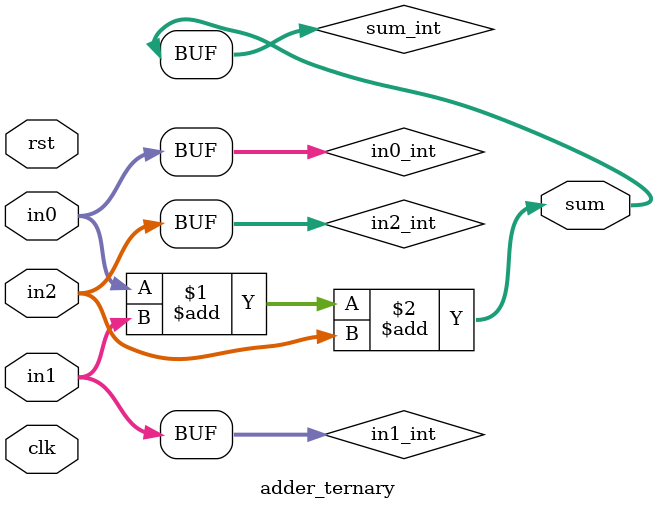
<source format=sv>

module adder_ternary #(
    parameter int WIDTH = 8,
    parameter bit REGISTER_INPUT = 0,
    parameter bit REGISTER_OUTPUT = 0
) (
    input  logic             clk,
    input  logic             rst,
    input  logic [WIDTH-1:0] in0,
    input  logic [WIDTH-1:0] in1,
    input  logic [WIDTH-1:0] in2,
    output logic [WIDTH-1:0] sum
);

  // internal wires
  logic [WIDTH-1:0] in0_int, in1_int, in2_int;
  logic [WIDTH-1:0] sum_int;

  // optionally register inputs
  if (REGISTER_INPUT) begin : g_reg_inputs
    logic [WIDTH-1:0] in0_r = '0;
    logic [WIDTH-1:0] in1_r = '0;
    logic [WIDTH-1:0] in2_r = '0;

    always @(posedge clk) begin
      {in0_r, in1_r, in2_r} <= {in0, in1, in2};
      if (rst) begin
        {in0_r, in1_r, in2_r} <= '0;
      end
    end

    assign {in0_int, in1_int, in2_int} = {in0_r, in1_r, in2_r};
  end else begin : g_comb_inputs
    assign {in0_int, in1_int, in2_int} = {in0, in1, in2};
  end

  // ternary addition
  assign sum_int = in0_int + in1_int + in2_int;

  // optionally register outputs
  if (REGISTER_OUTPUT) begin : g_reg_outputs
    logic [WIDTH-1:0] sum_r = '0;

    always @(posedge clk) begin
      sum_r <= sum_int;

      if (rst) begin
        sum_r <= '0;
      end
    end

    assign sum = sum_r;
  end else begin : g_comb_outputs
    assign sum = sum_int;
  end

endmodule

</source>
